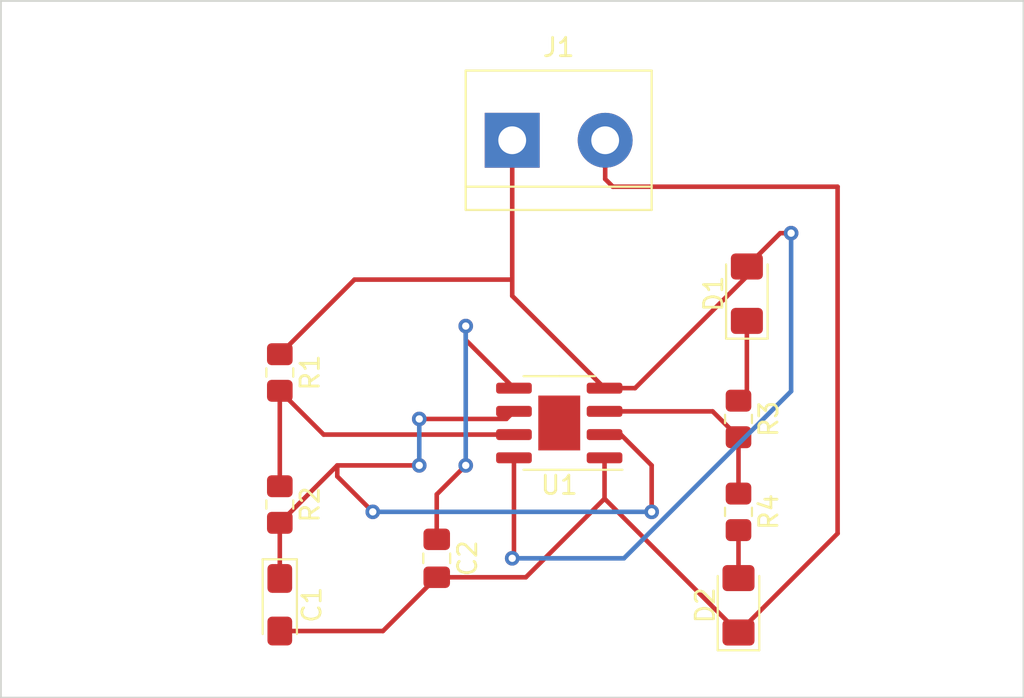
<source format=kicad_pcb>
(kicad_pcb (version 20211014) (generator pcbnew)
  (layers (0 "F.Cu" signal) (31 "B.Cu" signal) (34 "B.Paste" user) (35 "F.Paste" user) (36 "B.SilkS" user "B.Silkscreen") (37 "F.SilkS" user "F.Silkscreen") (38 "B.Mask" user) (39 "F.Mask" user) (44 "Edge.Cuts" user))
  (net 0 "")
  (net 1 "/pin_2")
  (net 2 "GND")
  (net 3 "Net-(C2-Pad1)")
  (net 4 "Net-(D1-Pad1)")
  (net 5 "+9V")
  (net 6 "Net-(D2-Pad2)")
  (net 7 "/pin_7")
  (net 8 "/pin_3")
  (footprint "Resistor_SMD:R_0805_2012Metric_Pad1.20x1.40mm_HandSolder" (layer "F.Cu") (at 159.685 86.36 -90)
    (fp_text reference "R4" (at 0 -1.65 90) (layer "F.SilkS"))
    (fp_text value "1k")
    (fp_line (start -0.227064 -0.735) (end 0.227064 -0.735) (layer "F.SilkS") (width 0.12))
    (fp_line (start -0.227064 0.735) (end 0.227064 0.735) (layer "F.SilkS") (width 0.12))
    (pad "1" smd roundrect (at -1 0 270) (size 1.2 1.4) (layers "F.Cu" "F.Paste" "F.Mask") (roundrect_rratio 0.208333) (net 8 "/pin_3"))
    (pad "2" smd roundrect (at 1 0 270) (size 1.2 1.4) (layers "F.Cu" "F.Paste" "F.Mask") (roundrect_rratio 0.208333) (net 6 "Net-(D2-Pad2)"))
  )
  (footprint "LED_SMD:LED_1206_3216Metric_Pad1.42x1.75mm_HandSolder" (layer "F.Cu") (at 159.685 91.47 90)
    (fp_text reference "D2" (at 0 -1.82 90) (layer "F.SilkS"))
    (fp_text value "LED")
    (fp_line (start -2.46 1.135) (end 1.6 1.135) (layer "F.SilkS") (width 0.12))
    (fp_line (start 1.6 -1.135) (end -2.46 -1.135) (layer "F.SilkS") (width 0.12))
    (fp_line (start -2.46 -1.135) (end -2.46 1.135) (layer "F.SilkS") (width 0.12))
    (pad "1" smd roundrect (at -1.4875 0 90) (size 1.425 1.75) (layers "F.Cu" "F.Paste" "F.Mask") (roundrect_rratio 0.175439) (net 2 "GND"))
    (pad "2" smd roundrect (at 1.4875 0 90) (size 1.425 1.75) (layers "F.Cu" "F.Paste" "F.Mask") (roundrect_rratio 0.175439) (net 6 "Net-(D2-Pad2)"))
  )
  (footprint "Resistor_SMD:R_0805_2012Metric_Pad1.20x1.40mm_HandSolder" (layer "F.Cu") (at 134.62 78.74 -90)
    (fp_text reference "R1" (at 0 -1.65 90) (layer "F.SilkS"))
    (fp_text value "1k")
    (fp_line (start -0.227064 -0.735) (end 0.227064 -0.735) (layer "F.SilkS") (width 0.12))
    (fp_line (start -0.227064 0.735) (end 0.227064 0.735) (layer "F.SilkS") (width 0.12))
    (pad "1" smd roundrect (at -1 0 270) (size 1.2 1.4) (layers "F.Cu" "F.Paste" "F.Mask") (roundrect_rratio 0.208333) (net 5 "+9V"))
    (pad "2" smd roundrect (at 1 0 270) (size 1.2 1.4) (layers "F.Cu" "F.Paste" "F.Mask") (roundrect_rratio 0.208333) (net 7 "/pin_7"))
  )
  (footprint "Resistor_SMD:R_0805_2012Metric_Pad1.20x1.40mm_HandSolder" (layer "F.Cu") (at 159.685 81.28 -90)
    (fp_text reference "R3" (at 0 -1.65 90) (layer "F.SilkS"))
    (fp_text value "1k")
    (fp_line (start -0.227064 0.735) (end 0.227064 0.735) (layer "F.SilkS") (width 0.12))
    (fp_line (start -0.227064 -0.735) (end 0.227064 -0.735) (layer "F.SilkS") (width 0.12))
    (pad "1" smd roundrect (at -1 0 270) (size 1.2 1.4) (layers "F.Cu" "F.Paste" "F.Mask") (roundrect_rratio 0.208333) (net 4 "Net-(D1-Pad1)"))
    (pad "2" smd roundrect (at 1 0 270) (size 1.2 1.4) (layers "F.Cu" "F.Paste" "F.Mask") (roundrect_rratio 0.208333) (net 8 "/pin_3"))
  )
  (footprint "Resistor_SMD:R_0805_2012Metric_Pad1.20x1.40mm_HandSolder" (layer "F.Cu") (at 134.62 85.96 -90)
    (fp_text reference "R2" (at 0 -1.65 90) (layer "F.SilkS"))
    (fp_text value "10k")
    (fp_line (start -0.227064 -0.735) (end 0.227064 -0.735) (layer "F.SilkS") (width 0.12))
    (fp_line (start -0.227064 0.735) (end 0.227064 0.735) (layer "F.SilkS") (width 0.12))
    (pad "1" smd roundrect (at -1 0 270) (size 1.2 1.4) (layers "F.Cu" "F.Paste" "F.Mask") (roundrect_rratio 0.208333) (net 7 "/pin_7"))
    (pad "2" smd roundrect (at 1 0 270) (size 1.2 1.4) (layers "F.Cu" "F.Paste" "F.Mask") (roundrect_rratio 0.208333) (net 1 "/pin_2"))
  )
  (footprint "Capacitor_Tantalum_SMD:CP_EIA-3216-18_Kemet-A_Pad1.58x1.35mm_HandSolder" (layer "F.Cu") (at 134.62 91.44 -90)
    (fp_text reference "C1" (at 0 -1.75 90) (layer "F.SilkS"))
    (fp_text value "10µF")
    (fp_line (start 1.6 -0.935) (end -2.485 -0.935) (layer "F.SilkS") (width 0.12))
    (fp_line (start -2.485 0.935) (end 1.6 0.935) (layer "F.SilkS") (width 0.12))
    (fp_line (start -2.485 -0.935) (end -2.485 0.935) (layer "F.SilkS") (width 0.12))
    (pad "1" smd roundrect (at -1.4375 0 270) (size 1.575 1.35) (layers "F.Cu" "F.Paste" "F.Mask") (roundrect_rratio 0.185185) (net 1 "/pin_2"))
    (pad "2" smd roundrect (at 1.4375 0 270) (size 1.575 1.35) (layers "F.Cu" "F.Paste" "F.Mask") (roundrect_rratio 0.185185) (net 2 "GND"))
  )
  (footprint "LED_SMD:LED_1206_3216Metric_Pad1.42x1.75mm_HandSolder" (layer "F.Cu") (at 160.1425 74.43 90)
    (fp_text reference "D1" (at 0 -1.82 90) (layer "F.SilkS"))
    (fp_text value "LED")
    (fp_line (start -2.46 -1.135) (end -2.46 1.135) (layer "F.SilkS") (width 0.12))
    (fp_line (start 1.6 -1.135) (end -2.46 -1.135) (layer "F.SilkS") (width 0.12))
    (fp_line (start -2.46 1.135) (end 1.6 1.135) (layer "F.SilkS") (width 0.12))
    (pad "1" smd roundrect (at -1.4875 0 90) (size 1.425 1.75) (layers "F.Cu" "F.Paste" "F.Mask") (roundrect_rratio 0.175439) (net 4 "Net-(D1-Pad1)"))
    (pad "2" smd roundrect (at 1.4875 0 90) (size 1.425 1.75) (layers "F.Cu" "F.Paste" "F.Mask") (roundrect_rratio 0.175439) (net 5 "+9V"))
  )
  (footprint "Capacitor_SMD:C_0805_2012Metric_Pad1.18x1.45mm_HandSolder" (layer "F.Cu") (at 143.195 88.9 -90)
    (fp_text reference "C2" (at 0 -1.68 90) (layer "F.SilkS"))
    (fp_text value "0.01µF")
    (fp_line (start -0.261252 -0.735) (end 0.261252 -0.735) (layer "F.SilkS") (width 0.12))
    (fp_line (start -0.261252 0.735) (end 0.261252 0.735) (layer "F.SilkS") (width 0.12))
    (pad "1" smd roundrect (at -1.0375 0 270) (size 1.175 1.45) (layers "F.Cu" "F.Paste" "F.Mask") (roundrect_rratio 0.212766) (net 3 "Net-(C2-Pad1)"))
    (pad "2" smd roundrect (at 1.0375 0 270) (size 1.175 1.45) (layers "F.Cu" "F.Paste" "F.Mask") (roundrect_rratio 0.212766) (net 2 "GND"))
  )
  (footprint "Package_SO:SOIC-8-1EP_3.9x4.9mm_P1.27mm_EP2.29x3mm" (layer "F.Cu") (at 149.89 81.5 180)
    (fp_text reference "U1" (at 0 -3.4) (layer "F.SilkS"))
    (fp_text value "NE555D")
    (fp_line (start 0 -2.56) (end -3.45 -2.56) (layer "F.SilkS") (width 0.12))
    (fp_line (start 0 2.56) (end -1.95 2.56) (layer "F.SilkS") (width 0.12))
    (fp_line (start 0 2.56) (end 1.95 2.56) (layer "F.SilkS") (width 0.12))
    (fp_line (start 0 -2.56) (end 1.95 -2.56) (layer "F.SilkS") (width 0.12))
    (pad "1" smd roundrect (at -2.475 -1.905 180) (size 1.95 0.6) (layers "F.Cu" "F.Paste" "F.Mask") (net 2 "GND"))
    (pad "2" smd roundrect (at -2.475 -0.635 180) (size 1.95 0.6) (layers "F.Cu" "F.Paste" "F.Mask") (net 1 "/pin_2"))
    (pad "3" smd roundrect (at -2.475 0.635 180) (size 1.95 0.6) (layers "F.Cu" "F.Paste" "F.Mask") (net 8 "/pin_3"))
    (pad "4" smd roundrect (at -2.475 1.905 180) (size 1.95 0.6) (layers "F.Cu" "F.Paste" "F.Mask") (net 5 "+9V"))
    (pad "5" smd roundrect (at 2.475 1.905 180) (size 1.95 0.6) (layers "F.Cu" "F.Paste" "F.Mask") (net 3 "Net-(C2-Pad1)"))
    (pad "6" smd roundrect (at 2.475 0.635 180) (size 1.95 0.6) (layers "F.Cu" "F.Paste" "F.Mask") (net 1 "/pin_2"))
    (pad "7" smd roundrect (at 2.475 -0.635 180) (size 1.95 0.6) (layers "F.Cu" "F.Paste" "F.Mask") (net 7 "/pin_7"))
    (pad "8" smd roundrect (at 2.475 -1.905 180) (size 1.95 0.6) (layers "F.Cu" "F.Paste" "F.Mask") (net 5 "+9V"))
    (pad "9" smd rect (at 0 0 180) (size 2.29 3) (layers "F.Cu" "F.Mask"))
  )
  (footprint "TerminalBlock:TerminalBlock_bornier-2_P5.08mm" (layer "F.Cu") (at 147.32 66.04)
    (fp_text reference "J1" (at 2.54 -5.08) (layer "F.SilkS"))
    (fp_text value "conn")
    (fp_line (start -2.54 -3.81) (end -2.54 3.81) (layer "F.SilkS") (width 0.12))
    (fp_line (start 7.62 -3.81) (end -2.54 -3.81) (layer "F.SilkS") (width 0.12))
    (fp_line (start 7.62 3.81) (end 7.62 -3.81) (layer "F.SilkS") (width 0.12))
    (fp_line (start 7.62 2.54) (end -2.54 2.54) (layer "F.SilkS") (width 0.12))
    (fp_line (start -2.54 3.81) (end 7.62 3.81) (layer "F.SilkS") (width 0.12))
    (pad "1" thru_hole rect (at 0 0) (size 3 3) (drill 1.52) (layers *.Cu *.Mask) (net 5 "+9V"))
    (pad "2" thru_hole circle (at 5.08 0) (size 3 3) (drill 1.52) (layers *.Cu *.Mask) (net 2 "GND"))
  )
  (gr_rect (start 119.38 58.42) (end 175.26 96.52) (layer "Edge.Cuts") (width 0.1) (fill none))
  (segment (start 137.76 83.82) (end 137.76 84.42) (width 0.25) (layer "F.Cu") (net 1))
  (segment (start 142.24 81.28) (end 147 81.28) (width 0.25) (layer "F.Cu") (net 1))
  (segment (start 134.62 90.0025) (end 134.62 86.96) (width 0.25) (layer "F.Cu") (net 1))
  (segment (start 134.62 86.96) (end 137.76 83.82) (width 0.25) (layer "F.Cu") (net 1))
  (segment (start 154.94 83.82) (end 153.255 82.135) (width 0.25) (layer "F.Cu") (net 1))
  (segment (start 147 81.28) (end 147.415 80.865) (width 0.25) (layer "F.Cu") (net 1))
  (segment (start 137.76 84.42) (end 139.7 86.36) (width 0.25) (layer "F.Cu") (net 1))
  (segment (start 153.255 82.135) (end 152.365 82.135) (width 0.25) (layer "F.Cu") (net 1))
  (segment (start 154.94 86.36) (end 154.94 83.82) (width 0.25) (layer "F.Cu") (net 1))
  (segment (start 137.76 83.82) (end 142.24 83.82) (width 0.25) (layer "F.Cu") (net 1))
  (via (at 142.24 83.82) (size 0.8) (drill 0.4) (layers "F.Cu" "B.Cu") (net 1))
  (via (at 154.94 86.36) (size 0.8) (drill 0.4) (layers "F.Cu" "B.Cu") (net 1))
  (via (at 139.7 86.36) (size 0.8) (drill 0.4) (layers "F.Cu" "B.Cu") (net 1))
  (via (at 142.24 81.28) (size 0.8) (drill 0.4) (layers "F.Cu" "B.Cu") (net 1))
  (segment (start 139.7 86.36) (end 154.94 86.36) (width 0.25) (layer "B.Cu") (net 1))
  (segment (start 142.24 83.82) (end 142.24 81.28) (width 0.25) (layer "B.Cu") (net 1))
  (segment (start 148.065 89.9375) (end 143.195 89.9375) (width 0.25) (layer "F.Cu") (net 2))
  (segment (start 152.4 66.04) (end 152.4 68.16132) (width 0.25) (layer "F.Cu") (net 2))
  (segment (start 143.195 89.9375) (end 140.255 92.8775) (width 0.25) (layer "F.Cu") (net 2))
  (segment (start 165.1 87.5425) (end 159.685 92.9575) (width 0.25) (layer "F.Cu") (net 2))
  (segment (start 165.1 68.58) (end 165.1 87.5425) (width 0.25) (layer "F.Cu") (net 2))
  (segment (start 152.365 85.6375) (end 148.065 89.9375) (width 0.25) (layer "F.Cu") (net 2))
  (segment (start 140.255 92.8775) (end 134.62 92.8775) (width 0.25) (layer "F.Cu") (net 2))
  (segment (start 152.81868 68.58) (end 165.1 68.58) (width 0.25) (layer "F.Cu") (net 2))
  (segment (start 159.685 92.9575) (end 152.365 85.6375) (width 0.25) (layer "F.Cu") (net 2))
  (segment (start 152.365 85.6375) (end 152.365 83.405) (width 0.25) (layer "F.Cu") (net 2))
  (segment (start 152.4 68.16132) (end 152.81868 68.58) (width 0.25) (layer "F.Cu") (net 2))
  (segment (start 144.78 76.96) (end 147.415 79.595) (width 0.25) (layer "F.Cu") (net 3))
  (segment (start 143.195 87.8625) (end 143.195 85.405) (width 0.25) (layer "F.Cu") (net 3))
  (segment (start 144.78 76.2) (end 144.78 76.96) (width 0.25) (layer "F.Cu") (net 3))
  (segment (start 143.195 85.405) (end 144.78 83.82) (width 0.25) (layer "F.Cu") (net 3))
  (via (at 144.78 83.82) (size 0.8) (drill 0.4) (layers "F.Cu" "B.Cu") (net 3))
  (via (at 144.78 76.2) (size 0.8) (drill 0.4) (layers "F.Cu" "B.Cu") (net 3))
  (segment (start 144.78 83.82) (end 144.78 76.2) (width 0.25) (layer "B.Cu") (net 3))
  (segment (start 160.1425 79.8225) (end 159.685 80.28) (width 0.25) (layer "F.Cu") (net 4))
  (segment (start 160.1425 75.9175) (end 160.1425 79.8225) (width 0.25) (layer "F.Cu") (net 4))
  (segment (start 147.32 66.04) (end 147.32 73.66) (width 0.25) (layer "F.Cu") (net 5))
  (segment (start 134.62 77.74) (end 138.7 73.66) (width 0.25) (layer "F.Cu") (net 5))
  (segment (start 147.415 88.805) (end 147.32 88.9) (width 0.25) (layer "F.Cu") (net 5))
  (segment (start 138.7 73.66) (end 147.32 73.66) (width 0.25) (layer "F.Cu") (net 5))
  (segment (start 147.415 83.405) (end 147.415 88.805) (width 0.25) (layer "F.Cu") (net 5))
  (segment (start 160.1425 73.484251) (end 154.031751 79.595) (width 0.25) (layer "F.Cu") (net 5))
  (segment (start 147.32 73.66) (end 147.32 74.55) (width 0.25) (layer "F.Cu") (net 5))
  (segment (start 160.1425 72.9425) (end 160.1425 73.484251) (width 0.25) (layer "F.Cu") (net 5))
  (segment (start 147.32 74.55) (end 152.365 79.595) (width 0.25) (layer "F.Cu") (net 5))
  (segment (start 154.031751 79.595) (end 152.365 79.595) (width 0.25) (layer "F.Cu") (net 5))
  (segment (start 162.56 71.12) (end 161.965 71.12) (width 0.25) (layer "F.Cu") (net 5))
  (segment (start 161.965 71.12) (end 160.1425 72.9425) (width 0.25) (layer "F.Cu") (net 5))
  (via (at 147.32 88.9) (size 0.8) (drill 0.4) (layers "F.Cu" "B.Cu") (net 5))
  (via (at 162.56 71.12) (size 0.8) (drill 0.4) (layers "F.Cu" "B.Cu") (net 5))
  (segment (start 153.425305 88.9) (end 162.56 79.765305) (width 0.25) (layer "B.Cu") (net 5))
  (segment (start 147.32 88.9) (end 153.425305 88.9) (width 0.25) (layer "B.Cu") (net 5))
  (segment (start 162.56 79.765305) (end 162.56 71.12) (width 0.25) (layer "B.Cu") (net 5))
  (segment (start 159.685 87.36) (end 159.685 89.9825) (width 0.25) (layer "F.Cu") (net 6))
  (segment (start 134.62 79.74) (end 134.62 84.96) (width 0.25) (layer "F.Cu") (net 7))
  (segment (start 134.62 79.74) (end 137.015 82.135) (width 0.25) (layer "F.Cu") (net 7))
  (segment (start 137.015 82.135) (end 147.415 82.135) (width 0.25) (layer "F.Cu") (net 7))
  (segment (start 159.685 82.28) (end 158.27 80.865) (width 0.25) (layer "F.Cu") (net 8))
  (segment (start 158.27 80.865) (end 152.365 80.865) (width 0.25) (layer "F.Cu") (net 8))
  (segment (start 159.685 82.28) (end 159.685 85.36) (width 0.25) (layer "F.Cu") (net 8))
)
</source>
